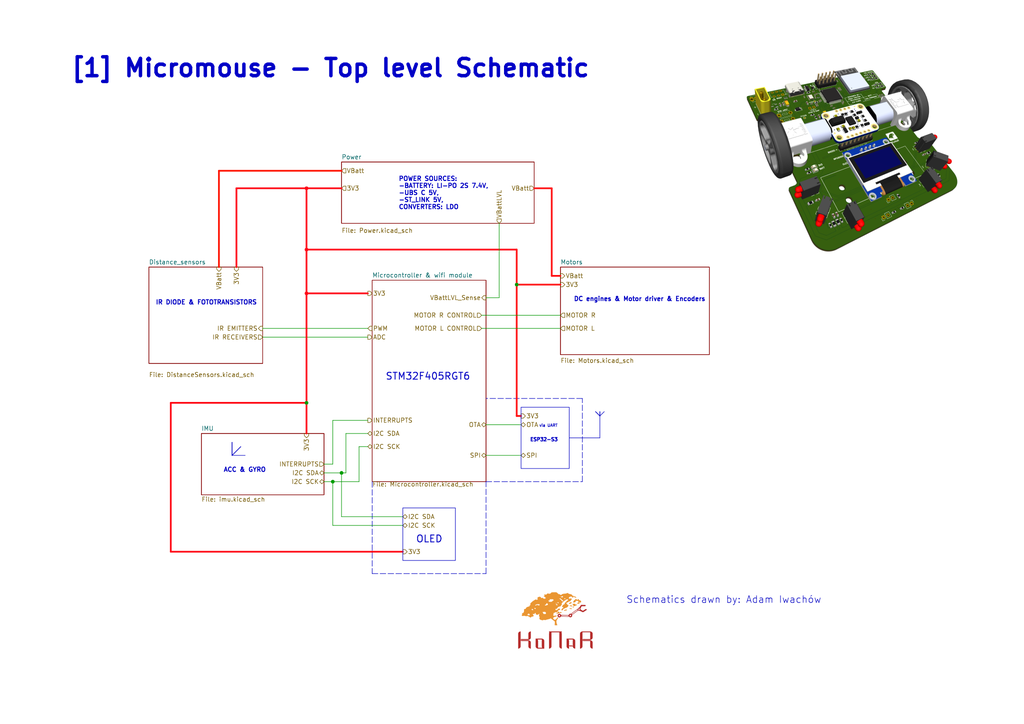
<source format=kicad_sch>
(kicad_sch (version 20230121) (generator eeschema)
  (paper "A4")
  (lib_symbols)
  (junction (at 88.9 116.84))
  (junction (at 149.86 82.55))
  (junction (at 88.9 72.39) (color 255 4 15 1))
  (junction (at 88.9 54.61) (color 255 4 15 1))
  (junction (at 96.52 139.7))
  (junction (at 99.06 137.16))
  (junction (at 88.9 85.09) (color 255 4 15 1))
  (wire (pts (xy 154.94 54.61) (xy 160.02 54.61)) (stroke (width 0.5) (color 255 10 12 1)))
  (wire (pts (xy 104.14 129.54) (xy 106.68 129.54)))
  (wire (pts (xy 96.52 121.92) (xy 106.68 121.92)))
  (wire (pts (xy 144.78 86.36) (xy 140.97 86.36)))
  (wire (pts (xy 76.2 95.25) (xy 106.68 95.25)))
  (polyline (pts (xy 173.99 120.65) (xy 175.26 119.38)))
  (polyline (pts (xy 67.31 132.08) (xy 71.12 132.08)))
  (wire (pts (xy 88.9 54.61) (xy 99.06 54.61)) (stroke (width 0.5) (color 255 4 15 1)))
  (wire (pts (xy 68.58 77.47) (xy 68.58 54.61)) (stroke (width 0.5) (color 255 4 15 1)))
  (wire (pts (xy 99.06 149.86) (xy 99.06 137.16)))
  (wire (pts (xy 140.97 123.19) (xy 151.13 123.19)))
  (wire (pts (xy 140.97 132.08) (xy 151.13 132.08)))
  (polyline (pts (xy 67.31 132.08) (xy 69.85 129.54)))
  (wire (pts (xy 149.86 82.55) (xy 162.56 82.55)) (stroke (width 0.5) (color 255 10 12 1)))
  (wire (pts (xy 63.5 77.47) (xy 63.5 49.53)) (stroke (width 0.5) (color 255 17 1 1)))
  (wire (pts (xy 88.9 72.39) (xy 88.9 54.61)) (stroke (width 0.5) (color 255 4 15 1)))
  (wire (pts (xy 160.02 54.61) (xy 160.02 80.01)) (stroke (width 0.5) (color 255 10 12 1)))
  (polyline (pts (xy 67.31 128.27) (xy 67.31 132.08)))
  (wire (pts (xy 144.78 64.77) (xy 144.78 86.36)))
  (polyline (pts (xy 67.31 128.27) (xy 67.31 132.08)))
  (polyline (pts (xy 140.97 166.37) (xy 140.97 139.7)) (stroke (width 0) (type dash)))
  (wire (pts (xy 68.58 54.61) (xy 88.9 54.61)) (stroke (width 0.5) (color 255 4 15 1)))
  (wire (pts (xy 96.52 152.4) (xy 96.52 139.7)))
  (wire (pts (xy 96.52 139.7) (xy 104.14 139.7)))
  (wire (pts (xy 149.86 120.65) (xy 151.13 120.65)) (stroke (width 0.5) (color 255 10 12 1)))
  (wire (pts (xy 49.53 116.84) (xy 49.53 160.02)) (stroke (width 0.5) (color 255 4 15 1)))
  (polyline (pts (xy 168.91 115.57) (xy 140.97 115.57)) (stroke (width 0) (type dash)))
  (wire (pts (xy 149.86 82.55) (xy 149.86 72.39)) (stroke (width 0.5) (color 255 10 12 1)))
  (wire (pts (xy 160.02 80.01) (xy 162.56 80.01)) (stroke (width 0.5) (color 255 10 12 1)))
  (wire (pts (xy 63.5 49.53) (xy 99.06 49.53)) (stroke (width 0.5) (color 255 17 1 1)))
  (wire (pts (xy 76.2 97.79) (xy 106.68 97.79)))
  (polyline (pts (xy 107.95 139.7) (xy 107.95 166.37)) (stroke (width 0) (type dash)))
  (polyline (pts (xy 172.72 119.38) (xy 173.99 120.65)))
  (polyline (pts (xy 173.99 119.38) (xy 173.99 120.65)))
  (wire (pts (xy 104.14 139.7) (xy 104.14 129.54)))
  (polyline (pts (xy 107.95 166.37) (xy 140.97 166.37)) (stroke (width 0) (type dash)))
  (wire (pts (xy 88.9 116.84) (xy 88.9 85.09)) (stroke (width 0.5) (color 255 4 15 1)))
  (wire (pts (xy 96.52 134.62) (xy 96.52 121.92)))
  (polyline (pts (xy 172.72 119.38) (xy 173.99 120.65)))
  (wire (pts (xy 149.86 72.39) (xy 88.9 72.39)) (stroke (width 0.5) (color 255 4 15 1)))
  (polyline (pts (xy 69.85 129.54) (xy 67.31 132.08)))
  (polyline (pts (xy 140.97 139.7) (xy 168.91 139.7)) (stroke (width 0) (type dash)))
  (wire (pts (xy 99.06 137.16) (xy 100.33 137.16)))
  (wire (pts (xy 139.7 91.44) (xy 162.56 91.44)))
  (wire (pts (xy 149.86 82.55) (xy 149.86 120.65)) (stroke (width 0.5) (color 255 10 12 1)))
  (polyline (pts (xy 165.1 127) (xy 173.99 127)))
  (wire (pts (xy 93.98 134.62) (xy 96.52 134.62)))
  (polyline (pts (xy 173.99 119.38) (xy 173.99 120.65)))
  (wire (pts (xy 116.84 152.4) (xy 96.52 152.4)))
  (wire (pts (xy 49.53 160.02) (xy 116.84 160.02)) (stroke (width 0.5) (color 255 4 15 1)))
  (polyline (pts (xy 173.99 120.65) (xy 173.99 127)))
  (wire (pts (xy 139.7 95.25) (xy 162.56 95.25)))
  (wire (pts (xy 106.68 85.09) (xy 88.9 85.09)) (stroke (width 0.5) (color 255 4 15 1)))
  (wire (pts (xy 116.84 149.86) (xy 99.06 149.86)))
  (polyline (pts (xy 168.91 139.7) (xy 168.91 115.57)) (stroke (width 0) (type dash)))
  (wire (pts (xy 100.33 137.16) (xy 100.33 125.73)))
  (wire (pts (xy 88.9 85.09) (xy 88.9 72.39)) (stroke (width 0.5) (color 255 4 15 1)))
  (wire (pts (xy 93.98 139.7) (xy 96.52 139.7)))
  (wire (pts (xy 100.33 125.73) (xy 106.68 125.73)))
  (wire (pts (xy 88.9 125.73) (xy 88.9 116.84)) (stroke (width 0.5) (color 255 4 15 1)))
  (wire (pts (xy 88.9 116.84) (xy 49.53 116.84)) (stroke (width 0.5) (color 255 4 15 1)))
  (wire (pts (xy 93.98 137.16) (xy 99.06 137.16)))
  (rectangle (start 151.13 118.11) (end 165.1 135.89))
  (rectangle (start 116.84 147.32) (end 132.08 162.56))
  (image (at 247.65 44.45) (scale 0.790901))
  (image (at 161.29 180.34) (scale 0.161076))
  (text "DC engines & Motor driver & Encoders\n" (at 166.37 87.63 0) (effects (font (size 1.27 1.27) (thickness 0.254) bold) (justify left bottom)))
  (text "via UART" (at 156.3476 124.0786 0) (effects (font (size 0.8 0.8)) (justify left bottom)))
  (text "ACC & GYRO" (at 64.77 137.16 0) (effects (font (size 1.27 1.27) (thickness 0.254) bold) (justify left bottom)))
  (text "STM32F405RGT6" (at 111.76 110.49 0) (effects (font (size 2 2) (thickness 0.254) bold) (justify left bottom)))
  (text "[1] Micromouse - Top level Schematic" (at 20.32 22.86 0) (effects (font (size 5 5) (thickness 1) bold) (justify left bottom)))
  (text "ESP32-S3" (at 153.67 128.27 0) (effects (font (size 1 1) (thickness 0.254) bold) (justify left bottom)))
  (text "Schematics drawn by: Adam Iwachów" (at 181.61 175.26 0) (effects (font (size 2 2)) (justify left bottom)))
  (text "POWER SOURCES: \n-BATTERY: LI-PO 2S 7.4V,\n-UBS C 5V, \n-ST_LINK 5V,\nCONVERTERS: LDO" (at 115.57 60.96 0) (effects (font (size 1.27 1.27) (thickness 0.254) bold) (justify left bottom)))
  (text "OLED\n" (at 120.5817 157.6688 0) (effects (font (size 2 2) (thickness 0.254) bold) (justify left bottom)))
  (text "IR DIODE & FOTOTRANSISTORS" (at 45.1044 88.6134 0) (effects (font (size 1.27 1.27) (thickness 0.254) bold) (justify left bottom)))
  (hierarchical_label "SPI" (shape bidirectional) (at 140.97 132.08 180))
  (hierarchical_label "I2C SCK" (shape bidirectional) (at 106.68 129.54 0))
  (hierarchical_label "VBattLVL" (shape input) (at 144.78 64.77 90))
  (hierarchical_label "I2C SCK" (shape bidirectional) (at 93.98 139.7 180))
  (hierarchical_label "ADC" (shape output) (at 106.68 97.79 0))
  (hierarchical_label "VBattLVL_Sense" (shape output) (at 140.97 86.36 180))
  (hierarchical_label "VBatt" (shape input) (at 99.06 49.53 0))
  (hierarchical_label "MOTOR R CONTROL" (shape input) (at 139.7 91.44 180))
  (hierarchical_label "3V3" (shape output) (at 106.68 85.09 0))
  (hierarchical_label "3V3" (shape output) (at 68.58 77.47 270))
  (hierarchical_label "3V3" (shape output) (at 116.84 160.02 0))
  (hierarchical_label "MOTOR L" (shape input) (at 162.56 95.25 0))
  (hierarchical_label "VBatt" (shape input) (at 154.94 54.61 180))
  (hierarchical_label "MOTOR L CONTROL" (shape input) (at 139.7 95.25 180))
  (hierarchical_label "3V3" (shape output) (at 88.9 125.73 270))
  (hierarchical_label "IR EMITTERS" (shape output) (at 76.2 95.25 180))
  (hierarchical_label "I2C SDA" (shape bidirectional) (at 116.84 149.86 0))
  (hierarchical_label "OTA" (shape bidirectional) (at 140.97 123.19 180))
  (hierarchical_label "INTERRUPTS" (shape output) (at 106.68 121.92 0))
  (hierarchical_label "3V3" (shape input) (at 99.06 54.61 0))
  (hierarchical_label "OTA" (shape bidirectional) (at 151.13 123.19 0))
  (hierarchical_label "I2C SCK" (shape bidirectional) (at 116.84 152.4 0))
  (hierarchical_label "SPI" (shape bidirectional) (at 151.13 132.08 0))
  (hierarchical_label "MOTOR R" (shape input) (at 162.56 91.44 0))
  (hierarchical_label "VBatt" (shape output) (at 162.56 80.01 0))
  (hierarchical_label "PWM" (shape input) (at 106.68 95.25 0))
  (hierarchical_label "I2C SDA" (shape bidirectional) (at 93.98 137.16 180))
  (hierarchical_label "3V3" (shape output) (at 151.13 120.65 0))
  (hierarchical_label "IR RECEIVERS" (shape input) (at 76.2 97.79 180))
  (hierarchical_label "VBatt" (shape output) (at 63.5 77.47 270))
  (hierarchical_label "3V3" (shape output) (at 162.56 82.55 0))
  (hierarchical_label "I2C SDA" (shape bidirectional) (at 106.68 125.73 0))
  (hierarchical_label "INTERRUPTS" (shape input) (at 93.98 134.62 180))
  (sheet (at 162.56 77.47) (size 43.18 25.4) (stroke (width 0.1524))
    (property "Sheetname" "Motors" (at 162.56 76.7584 0) (effects (justify left bottom)))
    (property "Sheetfile" "Motors.kicad_sch" (at 162.56 103.8356 0) (effects (justify left top)))
  )
  (sheet (at 99.06 46.99) (size 55.88 17.78) (stroke (width 0.1524))
    (property "Sheetname" "Power" (at 99.06 46.2784 0) (effects (justify left bottom)))
    (property "Sheetfile" "Power.kicad_sch" (at 99.06 66.1166 0) (effects (justify left top)))
  )
  (sheet (at 58.42 125.73) (size 35.56 17.78) (stroke (width 0.1524))
    (property "Sheetname" "IMU" (at 58.42 125.0184 0) (effects (justify left bottom)))
    (property "Sheetfile" "imu.kicad_sch" (at 58.42 144.0946 0) (effects (justify left top)))
  )
  (sheet (at 43.18 77.47) (size 33.02 27.94) (stroke (width 0.1524))
    (property "Sheetname" "Distance_sensors" (at 43.18 76.7584 0) (effects (justify left bottom)))
    (property "Sheetfile" "DistanceSensors.kicad_sch" (at 43.18 107.95 0) (effects (justify left top)))
  )
  (sheet (at 107.95 81.28) (size 33.02 58.42) (stroke (width 0.1524))
    (property "Sheetname" "Microcontroller & wifi module" (at 107.95 80.5684 0) (effects (justify left bottom)))
    (property "Sheetfile" "Microcontroller.kicad_sch" (at 107.95 139.7 0) (effects (justify left top)))
  )
)
</source>
